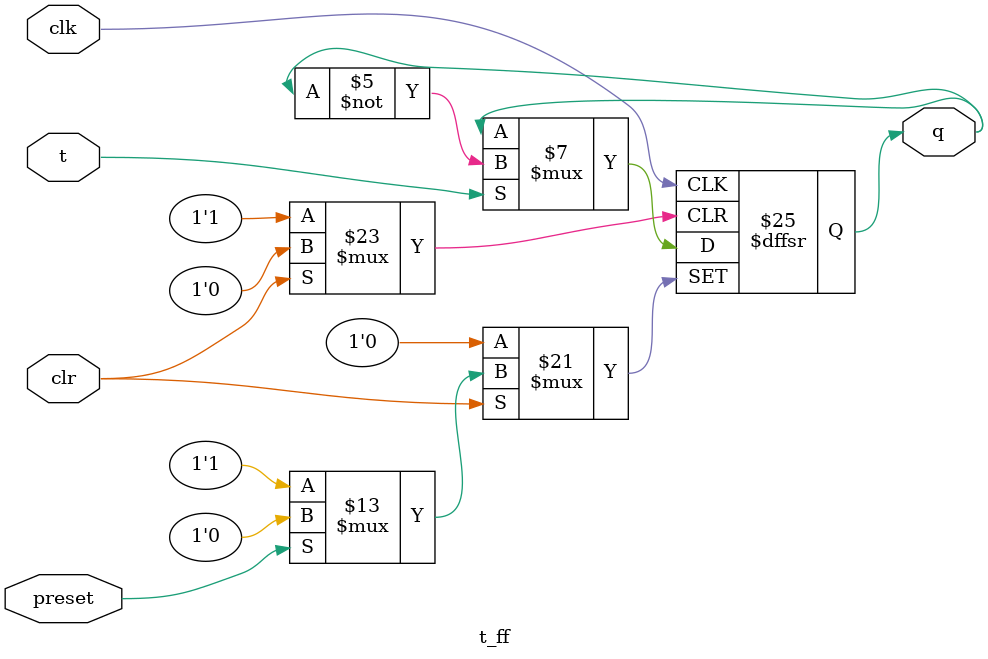
<source format=v>
module t_ff (t,clk,clr,preset,q);

input t,clk,clr,preset;
output reg q;
//output qb;

always@(posedge clk, negedge clr, negedge preset)//always @(posedge clk,negedge clr, negedge preset)
begin
if (clr == 0)
	q <= 0;
else if (preset == 0)
	q <= 1;	
else if (t == 1)
	q <= ~q;
else 
	q <= q;

/*begin
	if (t == 0)
	q = q;
	else
	q = ~q;
	end*/
end

//assign qb = ~q;
endmodule

</source>
